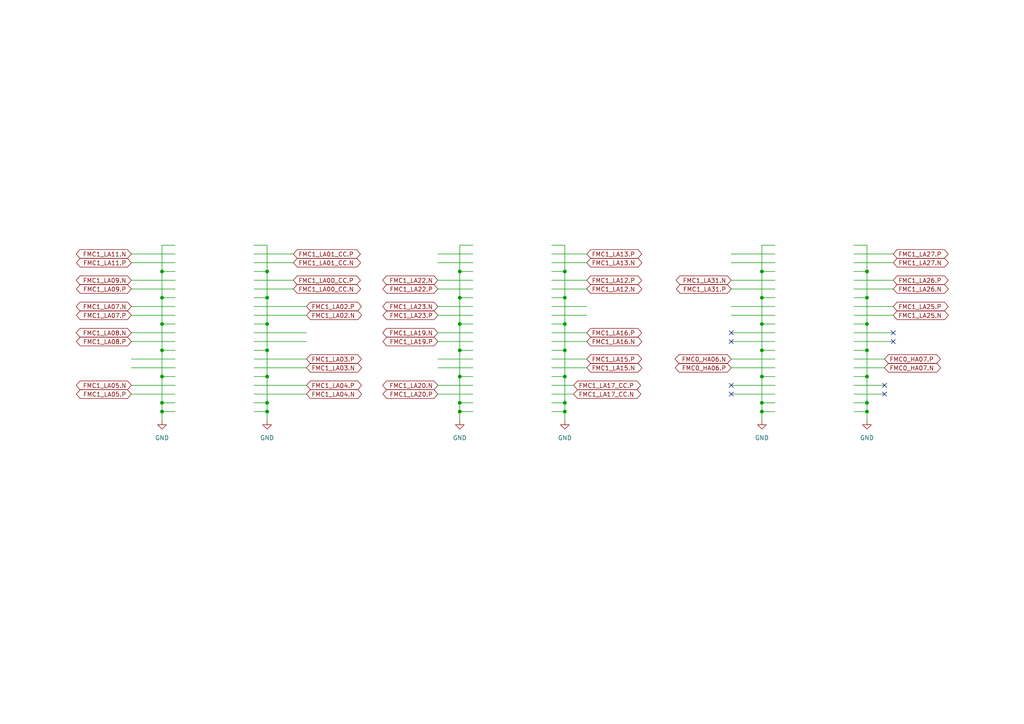
<source format=kicad_sch>
(kicad_sch (version 20231120) (generator "eeschema") (generator_version "8.0")
  (paper "A4")
  (lib_symbols
    (symbol "power:GND" (power) (pin_names (offset 0))
      (property "Value" "GND" (at 0 -3.81 0))
      (symbol "GND_0_1"
        (polyline (pts (xy 0 0) (xy 0 -1.27) (xy 1.27 -1.27) (xy 0 -2.54) (xy -1.27 -1.27) (xy 0 -1.27)))
      )
      (symbol "GND_1_1"
        (pin power_in line (at 0 0 270) (length 0) hide (name "GND") (number "1"))
      )
    )
  )
  (junction (at 220.98 116.84))
  (junction (at 163.83 86.36))
  (junction (at 46.99 109.22))
  (junction (at 163.83 116.84))
  (junction (at 133.35 93.98))
  (junction (at 251.46 78.74))
  (junction (at 77.47 116.84))
  (junction (at 133.35 119.38))
  (junction (at 46.99 86.36))
  (junction (at 77.47 86.36))
  (junction (at 46.99 93.98))
  (junction (at 163.83 109.22))
  (junction (at 220.98 86.36))
  (junction (at 163.83 119.38))
  (junction (at 220.98 78.74))
  (junction (at 251.46 101.6))
  (junction (at 77.47 101.6))
  (junction (at 163.83 93.98))
  (junction (at 46.99 78.74))
  (junction (at 46.99 116.84))
  (junction (at 133.35 109.22))
  (junction (at 133.35 86.36))
  (junction (at 163.83 101.6))
  (junction (at 46.99 119.38))
  (junction (at 163.83 78.74))
  (junction (at 251.46 116.84))
  (junction (at 77.47 109.22))
  (junction (at 220.98 93.98))
  (junction (at 220.98 101.6))
  (junction (at 251.46 86.36))
  (junction (at 77.47 119.38))
  (junction (at 77.47 78.74))
  (junction (at 77.47 93.98))
  (junction (at 133.35 78.74))
  (junction (at 251.46 119.38))
  (junction (at 133.35 116.84))
  (junction (at 220.98 119.38))
  (junction (at 46.99 101.6))
  (junction (at 251.46 93.98))
  (junction (at 251.46 109.22))
  (junction (at 220.98 109.22))
  (junction (at 133.35 101.6))
  (no_connect (at 212.09 96.52))
  (no_connect (at 256.54 114.3))
  (no_connect (at 259.08 96.52))
  (no_connect (at 212.09 114.3))
  (no_connect (at 256.54 111.76))
  (no_connect (at 212.09 111.76))
  (no_connect (at 259.08 99.06))
  (no_connect (at 212.09 99.06))
  (wire (pts (xy 220.98 93.98) (xy 224.79 93.98)))
  (wire (pts (xy 73.66 106.68) (xy 88.9 106.68)))
  (wire (pts (xy 247.65 86.36) (xy 251.46 86.36)))
  (wire (pts (xy 160.02 99.06) (xy 170.18 99.06)))
  (wire (pts (xy 163.83 71.12) (xy 160.02 71.12)))
  (wire (pts (xy 247.65 91.44) (xy 259.08 91.44)))
  (wire (pts (xy 73.66 111.76) (xy 88.9 111.76)))
  (wire (pts (xy 38.1 104.14) (xy 50.8 104.14)))
  (wire (pts (xy 38.1 76.2) (xy 50.8 76.2)))
  (wire (pts (xy 160.02 111.76) (xy 166.37 111.76)))
  (wire (pts (xy 46.99 119.38) (xy 50.8 119.38)))
  (wire (pts (xy 77.47 71.12) (xy 77.47 78.74)))
  (wire (pts (xy 251.46 109.22) (xy 251.46 116.84)))
  (wire (pts (xy 133.35 93.98) (xy 137.16 93.98)))
  (wire (pts (xy 127 88.9) (xy 137.16 88.9)))
  (wire (pts (xy 160.02 93.98) (xy 163.83 93.98)))
  (wire (pts (xy 160.02 116.84) (xy 163.83 116.84)))
  (wire (pts (xy 160.02 78.74) (xy 163.83 78.74)))
  (wire (pts (xy 73.66 109.22) (xy 77.47 109.22)))
  (wire (pts (xy 163.83 116.84) (xy 163.83 119.38)))
  (wire (pts (xy 133.35 86.36) (xy 137.16 86.36)))
  (wire (pts (xy 163.83 78.74) (xy 163.83 86.36)))
  (wire (pts (xy 163.83 109.22) (xy 163.83 116.84)))
  (wire (pts (xy 212.09 88.9) (xy 224.79 88.9)))
  (wire (pts (xy 212.09 106.68) (xy 224.79 106.68)))
  (wire (pts (xy 127 91.44) (xy 137.16 91.44)))
  (wire (pts (xy 220.98 86.36) (xy 220.98 93.98)))
  (wire (pts (xy 247.65 101.6) (xy 251.46 101.6)))
  (wire (pts (xy 73.66 86.36) (xy 77.47 86.36)))
  (wire (pts (xy 163.83 86.36) (xy 163.83 93.98)))
  (wire (pts (xy 127 106.68) (xy 137.16 106.68)))
  (wire (pts (xy 46.99 78.74) (xy 46.99 86.36)))
  (wire (pts (xy 247.65 76.2) (xy 259.08 76.2)))
  (wire (pts (xy 251.46 93.98) (xy 251.46 101.6)))
  (wire (pts (xy 127 104.14) (xy 137.16 104.14)))
  (wire (pts (xy 163.83 93.98) (xy 163.83 101.6)))
  (wire (pts (xy 77.47 71.12) (xy 73.66 71.12)))
  (wire (pts (xy 212.09 96.52) (xy 224.79 96.52)))
  (wire (pts (xy 38.1 96.52) (xy 50.8 96.52)))
  (wire (pts (xy 220.98 78.74) (xy 224.79 78.74)))
  (wire (pts (xy 38.1 114.3) (xy 50.8 114.3)))
  (wire (pts (xy 220.98 119.38) (xy 220.98 121.92)))
  (wire (pts (xy 77.47 101.6) (xy 77.47 109.22)))
  (wire (pts (xy 133.35 109.22) (xy 137.16 109.22)))
  (wire (pts (xy 46.99 109.22) (xy 46.99 116.84)))
  (wire (pts (xy 38.1 73.66) (xy 50.8 73.66)))
  (wire (pts (xy 160.02 104.14) (xy 170.18 104.14)))
  (wire (pts (xy 46.99 116.84) (xy 46.99 119.38)))
  (wire (pts (xy 247.65 96.52) (xy 259.08 96.52)))
  (wire (pts (xy 133.35 109.22) (xy 133.35 116.84)))
  (wire (pts (xy 160.02 73.66) (xy 170.18 73.66)))
  (wire (pts (xy 133.35 86.36) (xy 133.35 93.98)))
  (wire (pts (xy 127 76.2) (xy 137.16 76.2)))
  (wire (pts (xy 251.46 116.84) (xy 251.46 119.38)))
  (wire (pts (xy 220.98 101.6) (xy 220.98 109.22)))
  (wire (pts (xy 38.1 99.06) (xy 50.8 99.06)))
  (wire (pts (xy 220.98 86.36) (xy 224.79 86.36)))
  (wire (pts (xy 247.65 111.76) (xy 256.54 111.76)))
  (wire (pts (xy 46.99 71.12) (xy 46.99 78.74)))
  (wire (pts (xy 127 99.06) (xy 137.16 99.06)))
  (wire (pts (xy 212.09 99.06) (xy 224.79 99.06)))
  (wire (pts (xy 38.1 81.28) (xy 50.8 81.28)))
  (wire (pts (xy 127 96.52) (xy 137.16 96.52)))
  (wire (pts (xy 212.09 104.14) (xy 224.79 104.14)))
  (wire (pts (xy 251.46 119.38) (xy 251.46 121.92)))
  (wire (pts (xy 46.99 109.22) (xy 50.8 109.22)))
  (wire (pts (xy 38.1 88.9) (xy 50.8 88.9)))
  (wire (pts (xy 220.98 71.12) (xy 224.79 71.12)))
  (wire (pts (xy 46.99 71.12) (xy 50.8 71.12)))
  (wire (pts (xy 77.47 119.38) (xy 77.47 121.92)))
  (wire (pts (xy 38.1 106.68) (xy 50.8 106.68)))
  (wire (pts (xy 212.09 81.28) (xy 224.79 81.28)))
  (wire (pts (xy 133.35 119.38) (xy 133.35 121.92)))
  (wire (pts (xy 160.02 101.6) (xy 163.83 101.6)))
  (wire (pts (xy 46.99 119.38) (xy 46.99 121.92)))
  (wire (pts (xy 73.66 101.6) (xy 77.47 101.6)))
  (wire (pts (xy 163.83 101.6) (xy 163.83 109.22)))
  (wire (pts (xy 73.66 83.82) (xy 85.09 83.82)))
  (wire (pts (xy 133.35 71.12) (xy 137.16 71.12)))
  (wire (pts (xy 77.47 86.36) (xy 77.47 93.98)))
  (wire (pts (xy 247.65 119.38) (xy 251.46 119.38)))
  (wire (pts (xy 133.35 119.38) (xy 137.16 119.38)))
  (wire (pts (xy 46.99 116.84) (xy 50.8 116.84)))
  (wire (pts (xy 127 81.28) (xy 137.16 81.28)))
  (wire (pts (xy 247.65 93.98) (xy 251.46 93.98)))
  (wire (pts (xy 160.02 86.36) (xy 163.83 86.36)))
  (wire (pts (xy 247.65 83.82) (xy 259.08 83.82)))
  (wire (pts (xy 73.66 119.38) (xy 77.47 119.38)))
  (wire (pts (xy 220.98 101.6) (xy 224.79 101.6)))
  (wire (pts (xy 38.1 91.44) (xy 50.8 91.44)))
  (wire (pts (xy 160.02 119.38) (xy 163.83 119.38)))
  (wire (pts (xy 251.46 78.74) (xy 251.46 86.36)))
  (wire (pts (xy 163.83 71.12) (xy 163.83 78.74)))
  (wire (pts (xy 160.02 83.82) (xy 170.18 83.82)))
  (wire (pts (xy 212.09 114.3) (xy 224.79 114.3)))
  (wire (pts (xy 160.02 76.2) (xy 170.18 76.2)))
  (wire (pts (xy 73.66 99.06) (xy 88.9 99.06)))
  (wire (pts (xy 127 114.3) (xy 137.16 114.3)))
  (wire (pts (xy 247.65 109.22) (xy 251.46 109.22)))
  (wire (pts (xy 251.46 86.36) (xy 251.46 93.98)))
  (wire (pts (xy 77.47 116.84) (xy 77.47 119.38)))
  (wire (pts (xy 212.09 73.66) (xy 224.79 73.66)))
  (wire (pts (xy 160.02 106.68) (xy 170.18 106.68)))
  (wire (pts (xy 77.47 93.98) (xy 77.47 101.6)))
  (wire (pts (xy 251.46 101.6) (xy 251.46 109.22)))
  (wire (pts (xy 46.99 78.74) (xy 50.8 78.74)))
  (wire (pts (xy 247.65 81.28) (xy 259.08 81.28)))
  (wire (pts (xy 133.35 78.74) (xy 137.16 78.74)))
  (wire (pts (xy 46.99 86.36) (xy 46.99 93.98)))
  (wire (pts (xy 160.02 114.3) (xy 166.37 114.3)))
  (wire (pts (xy 220.98 71.12) (xy 220.98 78.74)))
  (wire (pts (xy 133.35 101.6) (xy 137.16 101.6)))
  (wire (pts (xy 73.66 88.9) (xy 88.9 88.9)))
  (wire (pts (xy 212.09 111.76) (xy 224.79 111.76)))
  (wire (pts (xy 73.66 78.74) (xy 77.47 78.74)))
  (wire (pts (xy 73.66 76.2) (xy 85.09 76.2)))
  (wire (pts (xy 127 83.82) (xy 137.16 83.82)))
  (wire (pts (xy 73.66 96.52) (xy 88.9 96.52)))
  (wire (pts (xy 46.99 101.6) (xy 50.8 101.6)))
  (wire (pts (xy 220.98 116.84) (xy 220.98 119.38)))
  (wire (pts (xy 46.99 86.36) (xy 50.8 86.36)))
  (wire (pts (xy 133.35 116.84) (xy 133.35 119.38)))
  (wire (pts (xy 160.02 81.28) (xy 170.18 81.28)))
  (wire (pts (xy 73.66 116.84) (xy 77.47 116.84)))
  (wire (pts (xy 73.66 73.66) (xy 85.09 73.66)))
  (wire (pts (xy 77.47 109.22) (xy 77.47 116.84)))
  (wire (pts (xy 220.98 119.38) (xy 224.79 119.38)))
  (wire (pts (xy 127 111.76) (xy 137.16 111.76)))
  (wire (pts (xy 220.98 116.84) (xy 224.79 116.84)))
  (wire (pts (xy 73.66 114.3) (xy 88.9 114.3)))
  (wire (pts (xy 220.98 78.74) (xy 220.98 86.36)))
  (wire (pts (xy 247.65 99.06) (xy 259.08 99.06)))
  (wire (pts (xy 247.65 106.68) (xy 256.54 106.68)))
  (wire (pts (xy 73.66 91.44) (xy 88.9 91.44)))
  (wire (pts (xy 247.65 73.66) (xy 259.08 73.66)))
  (wire (pts (xy 133.35 93.98) (xy 133.35 101.6)))
  (wire (pts (xy 46.99 101.6) (xy 46.99 109.22)))
  (wire (pts (xy 133.35 78.74) (xy 133.35 86.36)))
  (wire (pts (xy 127 73.66) (xy 137.16 73.66)))
  (wire (pts (xy 160.02 109.22) (xy 163.83 109.22)))
  (wire (pts (xy 73.66 104.14) (xy 88.9 104.14)))
  (wire (pts (xy 163.83 119.38) (xy 163.83 121.92)))
  (wire (pts (xy 212.09 76.2) (xy 224.79 76.2)))
  (wire (pts (xy 38.1 83.82) (xy 50.8 83.82)))
  (wire (pts (xy 212.09 83.82) (xy 224.79 83.82)))
  (wire (pts (xy 220.98 93.98) (xy 220.98 101.6)))
  (wire (pts (xy 160.02 96.52) (xy 170.18 96.52)))
  (wire (pts (xy 46.99 93.98) (xy 50.8 93.98)))
  (wire (pts (xy 46.99 93.98) (xy 46.99 101.6)))
  (wire (pts (xy 220.98 109.22) (xy 224.79 109.22)))
  (wire (pts (xy 160.02 91.44) (xy 170.18 91.44)))
  (wire (pts (xy 212.09 91.44) (xy 224.79 91.44)))
  (wire (pts (xy 160.02 88.9) (xy 170.18 88.9)))
  (wire (pts (xy 247.65 78.74) (xy 251.46 78.74)))
  (wire (pts (xy 251.46 71.12) (xy 251.46 78.74)))
  (wire (pts (xy 38.1 111.76) (xy 50.8 111.76)))
  (wire (pts (xy 251.46 71.12) (xy 247.65 71.12)))
  (wire (pts (xy 77.47 78.74) (xy 77.47 86.36)))
  (wire (pts (xy 133.35 71.12) (xy 133.35 78.74)))
  (wire (pts (xy 73.66 81.28) (xy 85.09 81.28)))
  (wire (pts (xy 247.65 114.3) (xy 256.54 114.3)))
  (wire (pts (xy 220.98 109.22) (xy 220.98 116.84)))
  (wire (pts (xy 247.65 88.9) (xy 259.08 88.9)))
  (wire (pts (xy 73.66 93.98) (xy 77.47 93.98)))
  (wire (pts (xy 133.35 116.84) (xy 137.16 116.84)))
  (wire (pts (xy 133.35 101.6) (xy 133.35 109.22)))
  (wire (pts (xy 247.65 116.84) (xy 251.46 116.84)))
  (wire (pts (xy 247.65 104.14) (xy 256.54 104.14)))
  (global_label "FMC1_LA31.P" (shape bidirectional) (at 212.09 83.82 180) (property "Intersheetrefs" "${INTERSHEET_REFS}" (effects (hide yes))))
  (global_label "FMC1_LA26.P" (shape bidirectional) (at 259.08 81.28 0) (property "Intersheetrefs" "${INTERSHEET_REFS}" (effects (hide yes))))
  (global_label "FMC1_LA25.P" (shape bidirectional) (at 259.08 88.9 0) (property "Intersheetrefs" "${INTERSHEET_REFS}" (effects (hide yes))))
  (global_label "FMC1_LA12.P" (shape bidirectional) (at 170.18 81.28 0) (property "Intersheetrefs" "${INTERSHEET_REFS}" (effects (hide yes))))
  (global_label "FMC1_LA27.P" (shape bidirectional) (at 259.08 73.66 0) (property "Intersheetrefs" "${INTERSHEET_REFS}" (effects (hide yes))))
  (global_label "FMC1_LA03.P" (shape bidirectional) (at 88.9 104.14 0) (property "Intersheetrefs" "${INTERSHEET_REFS}" (effects (hide yes))))
  (global_label "FMC0_HA07.N" (shape bidirectional) (at 256.54 106.68 0) (property "Intersheetrefs" "${INTERSHEET_REFS}" (effects (hide yes))))
  (global_label "FMC1_LA16.N" (shape bidirectional) (at 170.18 99.06 0) (property "Intersheetrefs" "${INTERSHEET_REFS}" (effects (hide yes))))
  (global_label "FMC1_LA07.N" (shape bidirectional) (at 38.1 88.9 180) (property "Intersheetrefs" "${INTERSHEET_REFS}" (effects (hide yes))))
  (global_label "FMC1_LA27.N" (shape bidirectional) (at 259.08 76.2 0) (property "Intersheetrefs" "${INTERSHEET_REFS}" (effects (hide yes))))
  (global_label "FMC1_LA08.N" (shape bidirectional) (at 38.1 96.52 180) (property "Intersheetrefs" "${INTERSHEET_REFS}" (effects (hide yes))))
  (global_label "FMC1_LA20.N" (shape bidirectional) (at 127 111.76 180) (property "Intersheetrefs" "${INTERSHEET_REFS}" (effects (hide yes))))
  (global_label "FMC1_LA13.N" (shape bidirectional) (at 170.18 76.2 0) (property "Intersheetrefs" "${INTERSHEET_REFS}" (effects (hide yes))))
  (global_label "FMC0_HA06.P" (shape bidirectional) (at 212.09 106.68 180) (property "Intersheetrefs" "${INTERSHEET_REFS}" (effects (hide yes))))
  (global_label "FMC1_LA11.N" (shape bidirectional) (at 38.1 73.66 180) (property "Intersheetrefs" "${INTERSHEET_REFS}" (effects (hide yes))))
  (global_label "FMC1_LA15.P" (shape bidirectional) (at 170.18 104.14 0) (property "Intersheetrefs" "${INTERSHEET_REFS}" (effects (hide yes))))
  (global_label "FMC1_LA05.N" (shape bidirectional) (at 38.1 111.76 180) (property "Intersheetrefs" "${INTERSHEET_REFS}" (effects (hide yes))))
  (global_label "FMC1_LA23.P" (shape bidirectional) (at 127 91.44 180) (property "Intersheetrefs" "${INTERSHEET_REFS}" (effects (hide yes))))
  (global_label "FMC1_LA03.N" (shape bidirectional) (at 88.9 106.68 0) (property "Intersheetrefs" "${INTERSHEET_REFS}" (effects (hide yes))))
  (global_label "FMC1_LA17_CC.N" (shape bidirectional) (at 166.37 114.3 0) (property "Intersheetrefs" "${INTERSHEET_REFS}" (effects (hide yes))))
  (global_label "FMC1_LA22.P" (shape bidirectional) (at 127 83.82 180) (property "Intersheetrefs" "${INTERSHEET_REFS}" (effects (hide yes))))
  (global_label "FMC1_LA15.N" (shape bidirectional) (at 170.18 106.68 0) (property "Intersheetrefs" "${INTERSHEET_REFS}" (effects (hide yes))))
  (global_label "FMC1_LA04.N" (shape bidirectional) (at 88.9 114.3 0) (property "Intersheetrefs" "${INTERSHEET_REFS}" (effects (hide yes))))
  (global_label "FMC1_LA02.N" (shape bidirectional) (at 88.9 91.44 0) (property "Intersheetrefs" "${INTERSHEET_REFS}" (effects (hide yes))))
  (global_label "FMC1_LA25.N" (shape bidirectional) (at 259.08 91.44 0) (property "Intersheetrefs" "${INTERSHEET_REFS}" (effects (hide yes))))
  (global_label "FMC1_LA07.P" (shape bidirectional) (at 38.1 91.44 180) (property "Intersheetrefs" "${INTERSHEET_REFS}" (effects (hide yes))))
  (global_label "FMC1_LA16.P" (shape bidirectional) (at 170.18 96.52 0) (property "Intersheetrefs" "${INTERSHEET_REFS}" (effects (hide yes))))
  (global_label "FMC1_LA04.P" (shape bidirectional) (at 88.9 111.76 0) (property "Intersheetrefs" "${INTERSHEET_REFS}" (effects (hide yes))))
  (global_label "FMC1_LA22.N" (shape bidirectional) (at 127 81.28 180) (property "Intersheetrefs" "${INTERSHEET_REFS}" (effects (hide yes))))
  (global_label "FMC1_LA09.P" (shape bidirectional) (at 38.1 83.82 180) (property "Intersheetrefs" "${INTERSHEET_REFS}" (effects (hide yes))))
  (global_label "FMC1_LA20.P" (shape bidirectional) (at 127 114.3 180) (property "Intersheetrefs" "${INTERSHEET_REFS}" (effects (hide yes))))
  (global_label "FMC1_LA00_CC.P" (shape bidirectional) (at 85.09 81.28 0) (property "Intersheetrefs" "${INTERSHEET_REFS}" (effects (hide yes))))
  (global_label "FMC1_LA23.N" (shape bidirectional) (at 127 88.9 180) (property "Intersheetrefs" "${INTERSHEET_REFS}" (effects (hide yes))))
  (global_label "FMC1_LA26.N" (shape bidirectional) (at 259.08 83.82 0) (property "Intersheetrefs" "${INTERSHEET_REFS}" (effects (hide yes))))
  (global_label "FMC0_HA06.N" (shape bidirectional) (at 212.09 104.14 180) (property "Intersheetrefs" "${INTERSHEET_REFS}" (effects (hide yes))))
  (global_label "FMC1_LA17_CC.P" (shape bidirectional) (at 166.37 111.76 0) (property "Intersheetrefs" "${INTERSHEET_REFS}" (effects (hide yes))))
  (global_label "FMC1_LA08.P" (shape bidirectional) (at 38.1 99.06 180) (property "Intersheetrefs" "${INTERSHEET_REFS}" (effects (hide yes))))
  (global_label "FMC1_LA31.N" (shape bidirectional) (at 212.09 81.28 180) (property "Intersheetrefs" "${INTERSHEET_REFS}" (effects (hide yes))))
  (global_label "FMC1_LA19.P" (shape bidirectional) (at 127 99.06 180) (property "Intersheetrefs" "${INTERSHEET_REFS}" (effects (hide yes))))
  (global_label "FMC1_LA02.P" (shape bidirectional) (at 88.9 88.9 0) (property "Intersheetrefs" "${INTERSHEET_REFS}" (effects (hide yes))))
  (global_label "FMC1_LA19.N" (shape bidirectional) (at 127 96.52 180) (property "Intersheetrefs" "${INTERSHEET_REFS}" (effects (hide yes))))
  (global_label "FMC1_LA01_CC.N" (shape bidirectional) (at 85.09 76.2 0) (property "Intersheetrefs" "${INTERSHEET_REFS}" (effects (hide yes))))
  (global_label "FMC1_LA09.N" (shape bidirectional) (at 38.1 81.28 180) (property "Intersheetrefs" "${INTERSHEET_REFS}" (effects (hide yes))))
  (global_label "FMC1_LA05.P" (shape bidirectional) (at 38.1 114.3 180) (property "Intersheetrefs" "${INTERSHEET_REFS}" (effects (hide yes))))
  (global_label "FMC1_LA11.P" (shape bidirectional) (at 38.1 76.2 180) (property "Intersheetrefs" "${INTERSHEET_REFS}" (effects (hide yes))))
  (global_label "FMC0_HA07.P" (shape bidirectional) (at 256.54 104.14 0) (property "Intersheetrefs" "${INTERSHEET_REFS}" (effects (hide yes))))
  (global_label "FMC1_LA12.N" (shape bidirectional) (at 170.18 83.82 0) (property "Intersheetrefs" "${INTERSHEET_REFS}" (effects (hide yes))))
  (global_label "FMC1_LA00_CC.N" (shape bidirectional) (at 85.09 83.82 0) (property "Intersheetrefs" "${INTERSHEET_REFS}" (effects (hide yes))))
  (global_label "FMC1_LA13.P" (shape bidirectional) (at 170.18 73.66 0) (property "Intersheetrefs" "${INTERSHEET_REFS}" (effects (hide yes))))
  (global_label "FMC1_LA01_CC.P" (shape bidirectional) (at 85.09 73.66 0) (property "Intersheetrefs" "${INTERSHEET_REFS}" (effects (hide yes))))
  (symbol (lib_id "power:GND") (at 163.83 121.92 0) (unit 1)
    (property "Reference" "#PWR056" (effects (hide yes)))
    (property "Value" "GND" (at 163.83 127 0))
  )
  (symbol (lib_id "power:GND") (at 133.35 121.92 0) (unit 1)
    (property "Reference" "#PWR055" (effects (hide yes)))
    (property "Value" "GND" (at 133.35 127 0))
  )
  (symbol (lib_id "power:GND") (at 220.98 121.92 0) (unit 1)
    (property "Reference" "#PWR057" (effects (hide yes)))
    (property "Value" "GND" (at 220.98 127 0))
  )
  (symbol (lib_id "power:GND") (at 46.99 121.92 0) (unit 1)
    (property "Reference" "#PWR053" (effects (hide yes)))
    (property "Value" "GND" (at 46.99 127 0))
  )
  (symbol (lib_id "power:GND") (at 251.46 121.92 0) (unit 1)
    (property "Reference" "#PWR058" (effects (hide yes)))
    (property "Value" "GND" (at 251.46 127 0))
  )
  (symbol (lib_id "power:GND") (at 77.47 121.92 0) (unit 1)
    (property "Reference" "#PWR054" (effects (hide yes)))
    (property "Value" "GND" (at 77.47 127 0))
  )
)
</source>
